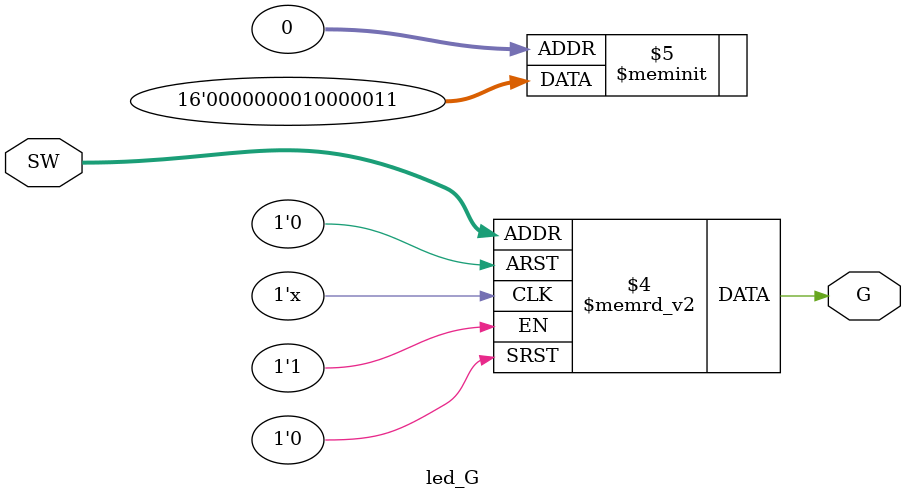
<source format=v>
module led_G (input [0:3] SW,
              output reg G);
always @ (*) begin
	case(SW)
    0: G=~0;
	1: G=~0;
	2: G=~1;
	3: G=~1;
	4: G=~1;
	5: G=~1;
	6: G=~1;
	7: G=~0;
	8: G=~1;
	9: G=~1;
	10: G=~1;
	11: G=~1;
	12: G=~1;
	13: G=~1;
	14: G=~1;
	15: G=~1;
	endcase
end            
endmodule
</source>
